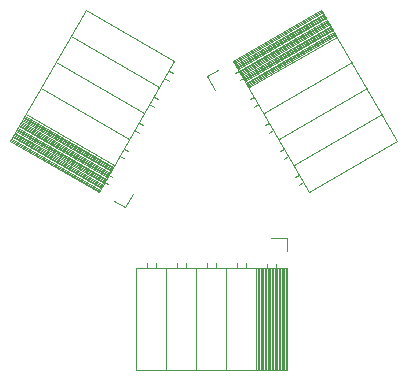
<source format=gbr>
%TF.GenerationSoftware,KiCad,Pcbnew,7.0.9*%
%TF.CreationDate,2024-03-01T11:20:35+09:00*%
%TF.ProjectId,LineIntegratedBoard2,4c696e65-496e-4746-9567-726174656442,rev?*%
%TF.SameCoordinates,Original*%
%TF.FileFunction,Legend,Bot*%
%TF.FilePolarity,Positive*%
%FSLAX46Y46*%
G04 Gerber Fmt 4.6, Leading zero omitted, Abs format (unit mm)*
G04 Created by KiCad (PCBNEW 7.0.9) date 2024-03-01 11:20:35*
%MOMM*%
%LPD*%
G01*
G04 APERTURE LIST*
%ADD10C,0.120000*%
G04 APERTURE END LIST*
D10*
%TO.C,J3*%
X156564290Y-117024000D02*
X156564290Y-108394000D01*
X157509050Y-117024000D02*
X157509050Y-108394000D01*
X156328100Y-117024000D02*
X156328100Y-108394000D01*
X158810000Y-108394000D02*
X145990000Y-108394000D01*
X156210000Y-117024000D02*
X156210000Y-108394000D01*
X156918575Y-117024000D02*
X156918575Y-108394000D01*
X153670000Y-117024000D02*
X153670000Y-108394000D01*
X158810000Y-117024000D02*
X158810000Y-108394000D01*
X150220000Y-108394000D02*
X150220000Y-107984000D01*
X158810000Y-105824000D02*
X157480000Y-105824000D01*
X158453810Y-117024000D02*
X158453810Y-108394000D01*
X152040000Y-108394000D02*
X152040000Y-107984000D01*
X157154765Y-117024000D02*
X157154765Y-108394000D01*
X157863335Y-117024000D02*
X157863335Y-108394000D01*
X158571905Y-117024000D02*
X158571905Y-108394000D01*
X157272860Y-117024000D02*
X157272860Y-108394000D01*
X156446195Y-117024000D02*
X156446195Y-108394000D01*
X157745240Y-117024000D02*
X157745240Y-108394000D01*
X149500000Y-108394000D02*
X149500000Y-107984000D01*
X147680000Y-108394000D02*
X147680000Y-107984000D01*
X152760000Y-108394000D02*
X152760000Y-107984000D01*
X155300000Y-108394000D02*
X155300000Y-107984000D01*
X151130000Y-117024000D02*
X151130000Y-108394000D01*
X156800480Y-117024000D02*
X156800480Y-108394000D01*
X157627145Y-117024000D02*
X157627145Y-108394000D01*
X154580000Y-108394000D02*
X154580000Y-107984000D01*
X157390955Y-117024000D02*
X157390955Y-108394000D01*
X158810000Y-117024000D02*
X145990000Y-117024000D01*
X148590000Y-117024000D02*
X148590000Y-108394000D01*
X158335715Y-117024000D02*
X158335715Y-108394000D01*
X156682385Y-117024000D02*
X156682385Y-108394000D01*
X158810000Y-106934000D02*
X158810000Y-105824000D01*
X145990000Y-117024000D02*
X145990000Y-108394000D01*
X157981430Y-117024000D02*
X157981430Y-108394000D01*
X157840000Y-108394000D02*
X157840000Y-108044000D01*
X146960000Y-108394000D02*
X146960000Y-107984000D01*
X158099525Y-117024000D02*
X158099525Y-108394000D01*
X158690000Y-117024000D02*
X158690000Y-108394000D01*
X158217620Y-117024000D02*
X158217620Y-108394000D01*
X157036670Y-117024000D02*
X157036670Y-108394000D01*
X157120000Y-108394000D02*
X157120000Y-108044000D01*
%TO.C,J1*%
X152013463Y-92116794D02*
X152678463Y-93268608D01*
X152974751Y-91561794D02*
X152013463Y-92116794D01*
X160164148Y-101094195D02*
X159809078Y-101299195D01*
X159804148Y-100470657D02*
X159449078Y-100675657D01*
X158894148Y-98894490D02*
X158539078Y-99099490D01*
X158534148Y-98270952D02*
X158179078Y-98475952D01*
X157624148Y-96694786D02*
X157269078Y-96899786D01*
X157264148Y-96071248D02*
X156909078Y-96276248D01*
X156354148Y-94495081D02*
X155999078Y-94700081D01*
X155994148Y-93871543D02*
X155639078Y-94076543D01*
X155084148Y-92295377D02*
X154781039Y-92470377D01*
X154724148Y-91671839D02*
X154421039Y-91846839D01*
X154239148Y-90831794D02*
X160649148Y-101934240D01*
X168122948Y-97619240D02*
X160649148Y-101934240D01*
X166822948Y-95367574D02*
X159349148Y-99682574D01*
X165552948Y-93167869D02*
X158079148Y-97482869D01*
X164282948Y-90968164D02*
X156809148Y-95283164D01*
X163012948Y-88768460D02*
X155539148Y-93083460D01*
X162953898Y-88666182D02*
X155480098Y-92981182D01*
X162894850Y-88563909D02*
X155421051Y-92878909D01*
X162835803Y-88461636D02*
X155362003Y-92776636D01*
X162776755Y-88359363D02*
X155302956Y-92674363D01*
X162717708Y-88257089D02*
X155243908Y-92572089D01*
X162658660Y-88154816D02*
X155184861Y-92469816D01*
X162599613Y-88052543D02*
X155125813Y-92367543D01*
X162540565Y-87950269D02*
X155066766Y-92265269D01*
X162481518Y-87847996D02*
X155007718Y-92162996D01*
X162422470Y-87745723D02*
X154948671Y-92060723D01*
X162363423Y-87643450D02*
X154889623Y-91958450D01*
X162304375Y-87541176D02*
X154830576Y-91856176D01*
X162245328Y-87438903D02*
X154771528Y-91753903D01*
X162186280Y-87336630D02*
X154712481Y-91651630D01*
X162127233Y-87234357D02*
X154653433Y-91549357D01*
X162068185Y-87132083D02*
X154594386Y-91447083D01*
X162009138Y-87029810D02*
X154535338Y-91344810D01*
X161950090Y-86927537D02*
X154476291Y-91242537D01*
X161891043Y-86825263D02*
X154417243Y-91140263D01*
X161831995Y-86722990D02*
X154358196Y-91037990D01*
X161772948Y-86620717D02*
X154299148Y-90935717D01*
X161712948Y-86516794D02*
X154239148Y-90831794D01*
X161712948Y-86516794D02*
X168122948Y-97619240D01*
%TO.C,J2*%
X136499659Y-95670790D02*
X143973458Y-99985790D01*
X136027279Y-96488976D02*
X143501078Y-100803976D01*
X136617754Y-95466243D02*
X144091553Y-99781243D01*
X142850603Y-101930632D02*
X149260603Y-90828186D01*
X136676804Y-95363966D02*
X144150603Y-99678966D01*
X136322516Y-95977610D02*
X143796315Y-100292610D01*
X137946804Y-93164261D02*
X145420603Y-97479261D01*
X135376804Y-97615632D02*
X142850603Y-101930632D01*
X147145603Y-94491474D02*
X147500673Y-94696474D01*
X145076288Y-103215632D02*
X145741288Y-102063818D01*
X135554899Y-97307162D02*
X143028698Y-101622162D01*
X146235603Y-96067640D02*
X146590673Y-96272640D01*
X136204421Y-96182156D02*
X143678220Y-100497156D01*
X135850136Y-96795796D02*
X143323935Y-101110796D01*
X135495851Y-97409435D02*
X142969650Y-101724435D01*
X136145374Y-96284429D02*
X143619173Y-100599429D01*
X136558706Y-95568517D02*
X144032505Y-99883517D01*
X135909184Y-96693523D02*
X143382983Y-101008523D01*
X147505603Y-93867935D02*
X147860673Y-94072935D01*
X148415603Y-92291769D02*
X148770673Y-92496769D01*
X145875603Y-96691178D02*
X146230673Y-96896178D01*
X144605603Y-98890883D02*
X144960673Y-99095883D01*
X139216804Y-90964557D02*
X146690603Y-95279557D01*
X136381564Y-95875336D02*
X143855363Y-100190336D01*
X135968231Y-96591249D02*
X143442030Y-100906249D01*
X144965603Y-98267344D02*
X145320673Y-98472344D01*
X136086326Y-96386703D02*
X143560125Y-100701703D01*
X135376804Y-97615632D02*
X141786804Y-86513186D01*
X140486804Y-88764852D02*
X147960603Y-93079852D01*
X135613946Y-97204889D02*
X143087745Y-101519889D01*
X136440611Y-95773063D02*
X143914410Y-100088063D01*
X144115000Y-102660632D02*
X145076288Y-103215632D01*
X141786804Y-86513186D02*
X149260603Y-90828186D01*
X135791089Y-96898069D02*
X143264888Y-101213069D01*
X143335603Y-101090587D02*
X143638712Y-101265587D01*
X148775603Y-91668231D02*
X149130673Y-91873231D01*
X135732041Y-97000342D02*
X143205840Y-101315342D01*
X135436804Y-97511709D02*
X142910603Y-101826709D01*
X135672994Y-97102616D02*
X143146793Y-101417616D01*
X136263469Y-96079883D02*
X143737268Y-100394883D01*
X143695603Y-100467049D02*
X143998712Y-100642049D01*
%TD*%
M02*

</source>
